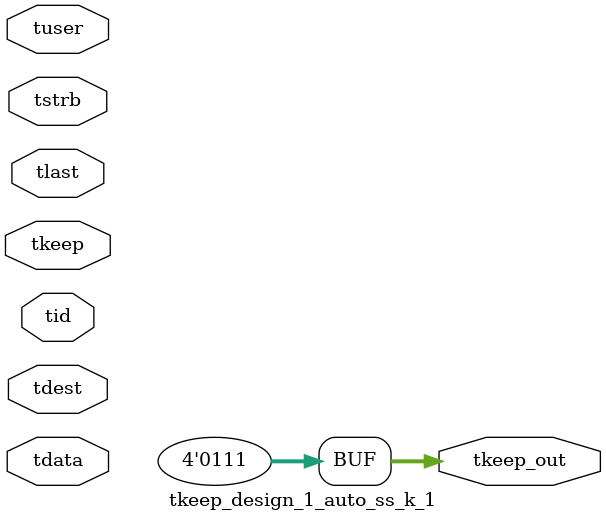
<source format=v>


`timescale 1ps/1ps

module tkeep_design_1_auto_ss_k_1 #
(
parameter C_S_AXIS_TDATA_WIDTH = 32,
parameter C_S_AXIS_TUSER_WIDTH = 0,
parameter C_S_AXIS_TID_WIDTH   = 0,
parameter C_S_AXIS_TDEST_WIDTH = 0,
parameter C_M_AXIS_TDATA_WIDTH = 32
)
(
input  [(C_S_AXIS_TDATA_WIDTH == 0 ? 1 : C_S_AXIS_TDATA_WIDTH)-1:0     ] tdata,
input  [(C_S_AXIS_TUSER_WIDTH == 0 ? 1 : C_S_AXIS_TUSER_WIDTH)-1:0     ] tuser,
input  [(C_S_AXIS_TID_WIDTH   == 0 ? 1 : C_S_AXIS_TID_WIDTH)-1:0       ] tid,
input  [(C_S_AXIS_TDEST_WIDTH == 0 ? 1 : C_S_AXIS_TDEST_WIDTH)-1:0     ] tdest,
input  [(C_S_AXIS_TDATA_WIDTH/8)-1:0 ] tkeep,
input  [(C_S_AXIS_TDATA_WIDTH/8)-1:0 ] tstrb,
input                                                                    tlast,
output [(C_M_AXIS_TDATA_WIDTH/8)-1:0 ] tkeep_out
);

assign tkeep_out = {3'b111};

endmodule


</source>
